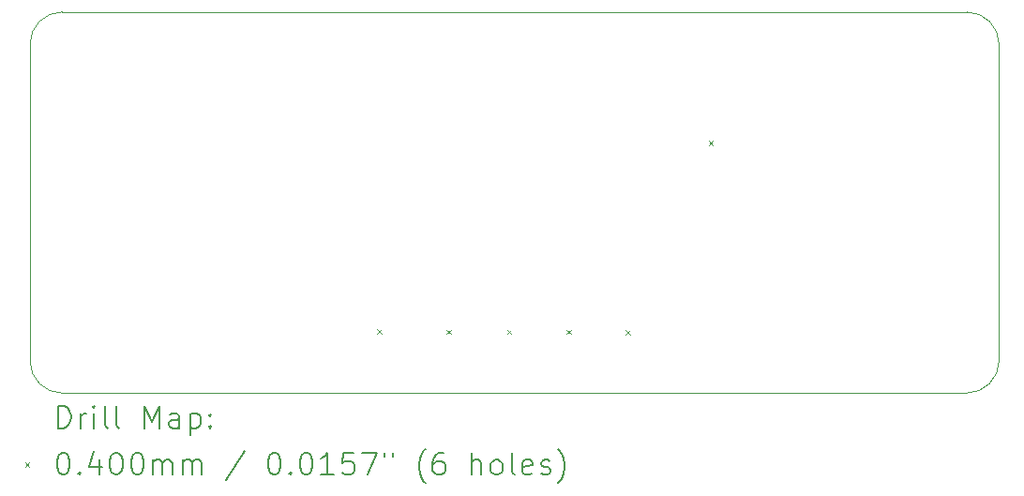
<source format=gbr>
%TF.GenerationSoftware,KiCad,Pcbnew,8.0.0*%
%TF.CreationDate,2024-12-06T13:07:06-06:00*%
%TF.ProjectId,led_segment,6c65645f-7365-4676-9d65-6e742e6b6963,rev?*%
%TF.SameCoordinates,Original*%
%TF.FileFunction,Drillmap*%
%TF.FilePolarity,Positive*%
%FSLAX45Y45*%
G04 Gerber Fmt 4.5, Leading zero omitted, Abs format (unit mm)*
G04 Created by KiCad (PCBNEW 8.0.0) date 2024-12-06 13:07:06*
%MOMM*%
%LPD*%
G01*
G04 APERTURE LIST*
%ADD10C,0.100000*%
%ADD11C,0.200000*%
G04 APERTURE END LIST*
D10*
X14560400Y-15437000D02*
X22726500Y-15437000D01*
X14268300Y-12287400D02*
G75*
G02*
X14560400Y-11995300I292100J0D01*
G01*
X23018600Y-15144900D02*
G75*
G02*
X22726500Y-15437000I-292100J0D01*
G01*
X22726500Y-11995300D02*
X14560400Y-11995300D01*
X14268300Y-15144900D02*
X14268300Y-12287400D01*
X14560400Y-15437000D02*
G75*
G02*
X14268300Y-15144900I0J292100D01*
G01*
X23018600Y-15144900D02*
X23018600Y-12287400D01*
X22726500Y-11995300D02*
G75*
G02*
X23018600Y-12287400I0J-292100D01*
G01*
D11*
D10*
X17402500Y-14860000D02*
X17442500Y-14900000D01*
X17442500Y-14860000D02*
X17402500Y-14900000D01*
X18030400Y-14864000D02*
X18070400Y-14904000D01*
X18070400Y-14864000D02*
X18030400Y-14904000D01*
X18575400Y-14864000D02*
X18615400Y-14904000D01*
X18615400Y-14864000D02*
X18575400Y-14904000D01*
X19110400Y-14864000D02*
X19150400Y-14904000D01*
X19150400Y-14864000D02*
X19110400Y-14904000D01*
X19644400Y-14866000D02*
X19684400Y-14906000D01*
X19684400Y-14866000D02*
X19644400Y-14906000D01*
X20395000Y-13157500D02*
X20435000Y-13197500D01*
X20435000Y-13157500D02*
X20395000Y-13197500D01*
D11*
X14524077Y-15753484D02*
X14524077Y-15553484D01*
X14524077Y-15553484D02*
X14571696Y-15553484D01*
X14571696Y-15553484D02*
X14600267Y-15563008D01*
X14600267Y-15563008D02*
X14619315Y-15582055D01*
X14619315Y-15582055D02*
X14628839Y-15601103D01*
X14628839Y-15601103D02*
X14638362Y-15639198D01*
X14638362Y-15639198D02*
X14638362Y-15667769D01*
X14638362Y-15667769D02*
X14628839Y-15705865D01*
X14628839Y-15705865D02*
X14619315Y-15724912D01*
X14619315Y-15724912D02*
X14600267Y-15743960D01*
X14600267Y-15743960D02*
X14571696Y-15753484D01*
X14571696Y-15753484D02*
X14524077Y-15753484D01*
X14724077Y-15753484D02*
X14724077Y-15620150D01*
X14724077Y-15658246D02*
X14733601Y-15639198D01*
X14733601Y-15639198D02*
X14743124Y-15629674D01*
X14743124Y-15629674D02*
X14762172Y-15620150D01*
X14762172Y-15620150D02*
X14781220Y-15620150D01*
X14847886Y-15753484D02*
X14847886Y-15620150D01*
X14847886Y-15553484D02*
X14838362Y-15563008D01*
X14838362Y-15563008D02*
X14847886Y-15572531D01*
X14847886Y-15572531D02*
X14857410Y-15563008D01*
X14857410Y-15563008D02*
X14847886Y-15553484D01*
X14847886Y-15553484D02*
X14847886Y-15572531D01*
X14971696Y-15753484D02*
X14952648Y-15743960D01*
X14952648Y-15743960D02*
X14943124Y-15724912D01*
X14943124Y-15724912D02*
X14943124Y-15553484D01*
X15076458Y-15753484D02*
X15057410Y-15743960D01*
X15057410Y-15743960D02*
X15047886Y-15724912D01*
X15047886Y-15724912D02*
X15047886Y-15553484D01*
X15305029Y-15753484D02*
X15305029Y-15553484D01*
X15305029Y-15553484D02*
X15371696Y-15696341D01*
X15371696Y-15696341D02*
X15438362Y-15553484D01*
X15438362Y-15553484D02*
X15438362Y-15753484D01*
X15619315Y-15753484D02*
X15619315Y-15648722D01*
X15619315Y-15648722D02*
X15609791Y-15629674D01*
X15609791Y-15629674D02*
X15590743Y-15620150D01*
X15590743Y-15620150D02*
X15552648Y-15620150D01*
X15552648Y-15620150D02*
X15533601Y-15629674D01*
X15619315Y-15743960D02*
X15600267Y-15753484D01*
X15600267Y-15753484D02*
X15552648Y-15753484D01*
X15552648Y-15753484D02*
X15533601Y-15743960D01*
X15533601Y-15743960D02*
X15524077Y-15724912D01*
X15524077Y-15724912D02*
X15524077Y-15705865D01*
X15524077Y-15705865D02*
X15533601Y-15686817D01*
X15533601Y-15686817D02*
X15552648Y-15677293D01*
X15552648Y-15677293D02*
X15600267Y-15677293D01*
X15600267Y-15677293D02*
X15619315Y-15667769D01*
X15714553Y-15620150D02*
X15714553Y-15820150D01*
X15714553Y-15629674D02*
X15733601Y-15620150D01*
X15733601Y-15620150D02*
X15771696Y-15620150D01*
X15771696Y-15620150D02*
X15790743Y-15629674D01*
X15790743Y-15629674D02*
X15800267Y-15639198D01*
X15800267Y-15639198D02*
X15809791Y-15658246D01*
X15809791Y-15658246D02*
X15809791Y-15715388D01*
X15809791Y-15715388D02*
X15800267Y-15734436D01*
X15800267Y-15734436D02*
X15790743Y-15743960D01*
X15790743Y-15743960D02*
X15771696Y-15753484D01*
X15771696Y-15753484D02*
X15733601Y-15753484D01*
X15733601Y-15753484D02*
X15714553Y-15743960D01*
X15895505Y-15734436D02*
X15905029Y-15743960D01*
X15905029Y-15743960D02*
X15895505Y-15753484D01*
X15895505Y-15753484D02*
X15885982Y-15743960D01*
X15885982Y-15743960D02*
X15895505Y-15734436D01*
X15895505Y-15734436D02*
X15895505Y-15753484D01*
X15895505Y-15629674D02*
X15905029Y-15639198D01*
X15905029Y-15639198D02*
X15895505Y-15648722D01*
X15895505Y-15648722D02*
X15885982Y-15639198D01*
X15885982Y-15639198D02*
X15895505Y-15629674D01*
X15895505Y-15629674D02*
X15895505Y-15648722D01*
D10*
X14223300Y-16062000D02*
X14263300Y-16102000D01*
X14263300Y-16062000D02*
X14223300Y-16102000D01*
D11*
X14562172Y-15973484D02*
X14581220Y-15973484D01*
X14581220Y-15973484D02*
X14600267Y-15983008D01*
X14600267Y-15983008D02*
X14609791Y-15992531D01*
X14609791Y-15992531D02*
X14619315Y-16011579D01*
X14619315Y-16011579D02*
X14628839Y-16049674D01*
X14628839Y-16049674D02*
X14628839Y-16097293D01*
X14628839Y-16097293D02*
X14619315Y-16135388D01*
X14619315Y-16135388D02*
X14609791Y-16154436D01*
X14609791Y-16154436D02*
X14600267Y-16163960D01*
X14600267Y-16163960D02*
X14581220Y-16173484D01*
X14581220Y-16173484D02*
X14562172Y-16173484D01*
X14562172Y-16173484D02*
X14543124Y-16163960D01*
X14543124Y-16163960D02*
X14533601Y-16154436D01*
X14533601Y-16154436D02*
X14524077Y-16135388D01*
X14524077Y-16135388D02*
X14514553Y-16097293D01*
X14514553Y-16097293D02*
X14514553Y-16049674D01*
X14514553Y-16049674D02*
X14524077Y-16011579D01*
X14524077Y-16011579D02*
X14533601Y-15992531D01*
X14533601Y-15992531D02*
X14543124Y-15983008D01*
X14543124Y-15983008D02*
X14562172Y-15973484D01*
X14714553Y-16154436D02*
X14724077Y-16163960D01*
X14724077Y-16163960D02*
X14714553Y-16173484D01*
X14714553Y-16173484D02*
X14705029Y-16163960D01*
X14705029Y-16163960D02*
X14714553Y-16154436D01*
X14714553Y-16154436D02*
X14714553Y-16173484D01*
X14895505Y-16040150D02*
X14895505Y-16173484D01*
X14847886Y-15963960D02*
X14800267Y-16106817D01*
X14800267Y-16106817D02*
X14924077Y-16106817D01*
X15038362Y-15973484D02*
X15057410Y-15973484D01*
X15057410Y-15973484D02*
X15076458Y-15983008D01*
X15076458Y-15983008D02*
X15085982Y-15992531D01*
X15085982Y-15992531D02*
X15095505Y-16011579D01*
X15095505Y-16011579D02*
X15105029Y-16049674D01*
X15105029Y-16049674D02*
X15105029Y-16097293D01*
X15105029Y-16097293D02*
X15095505Y-16135388D01*
X15095505Y-16135388D02*
X15085982Y-16154436D01*
X15085982Y-16154436D02*
X15076458Y-16163960D01*
X15076458Y-16163960D02*
X15057410Y-16173484D01*
X15057410Y-16173484D02*
X15038362Y-16173484D01*
X15038362Y-16173484D02*
X15019315Y-16163960D01*
X15019315Y-16163960D02*
X15009791Y-16154436D01*
X15009791Y-16154436D02*
X15000267Y-16135388D01*
X15000267Y-16135388D02*
X14990743Y-16097293D01*
X14990743Y-16097293D02*
X14990743Y-16049674D01*
X14990743Y-16049674D02*
X15000267Y-16011579D01*
X15000267Y-16011579D02*
X15009791Y-15992531D01*
X15009791Y-15992531D02*
X15019315Y-15983008D01*
X15019315Y-15983008D02*
X15038362Y-15973484D01*
X15228839Y-15973484D02*
X15247886Y-15973484D01*
X15247886Y-15973484D02*
X15266934Y-15983008D01*
X15266934Y-15983008D02*
X15276458Y-15992531D01*
X15276458Y-15992531D02*
X15285982Y-16011579D01*
X15285982Y-16011579D02*
X15295505Y-16049674D01*
X15295505Y-16049674D02*
X15295505Y-16097293D01*
X15295505Y-16097293D02*
X15285982Y-16135388D01*
X15285982Y-16135388D02*
X15276458Y-16154436D01*
X15276458Y-16154436D02*
X15266934Y-16163960D01*
X15266934Y-16163960D02*
X15247886Y-16173484D01*
X15247886Y-16173484D02*
X15228839Y-16173484D01*
X15228839Y-16173484D02*
X15209791Y-16163960D01*
X15209791Y-16163960D02*
X15200267Y-16154436D01*
X15200267Y-16154436D02*
X15190743Y-16135388D01*
X15190743Y-16135388D02*
X15181220Y-16097293D01*
X15181220Y-16097293D02*
X15181220Y-16049674D01*
X15181220Y-16049674D02*
X15190743Y-16011579D01*
X15190743Y-16011579D02*
X15200267Y-15992531D01*
X15200267Y-15992531D02*
X15209791Y-15983008D01*
X15209791Y-15983008D02*
X15228839Y-15973484D01*
X15381220Y-16173484D02*
X15381220Y-16040150D01*
X15381220Y-16059198D02*
X15390743Y-16049674D01*
X15390743Y-16049674D02*
X15409791Y-16040150D01*
X15409791Y-16040150D02*
X15438363Y-16040150D01*
X15438363Y-16040150D02*
X15457410Y-16049674D01*
X15457410Y-16049674D02*
X15466934Y-16068722D01*
X15466934Y-16068722D02*
X15466934Y-16173484D01*
X15466934Y-16068722D02*
X15476458Y-16049674D01*
X15476458Y-16049674D02*
X15495505Y-16040150D01*
X15495505Y-16040150D02*
X15524077Y-16040150D01*
X15524077Y-16040150D02*
X15543124Y-16049674D01*
X15543124Y-16049674D02*
X15552648Y-16068722D01*
X15552648Y-16068722D02*
X15552648Y-16173484D01*
X15647886Y-16173484D02*
X15647886Y-16040150D01*
X15647886Y-16059198D02*
X15657410Y-16049674D01*
X15657410Y-16049674D02*
X15676458Y-16040150D01*
X15676458Y-16040150D02*
X15705029Y-16040150D01*
X15705029Y-16040150D02*
X15724077Y-16049674D01*
X15724077Y-16049674D02*
X15733601Y-16068722D01*
X15733601Y-16068722D02*
X15733601Y-16173484D01*
X15733601Y-16068722D02*
X15743124Y-16049674D01*
X15743124Y-16049674D02*
X15762172Y-16040150D01*
X15762172Y-16040150D02*
X15790743Y-16040150D01*
X15790743Y-16040150D02*
X15809791Y-16049674D01*
X15809791Y-16049674D02*
X15819315Y-16068722D01*
X15819315Y-16068722D02*
X15819315Y-16173484D01*
X16209791Y-15963960D02*
X16038363Y-16221103D01*
X16466934Y-15973484D02*
X16485982Y-15973484D01*
X16485982Y-15973484D02*
X16505029Y-15983008D01*
X16505029Y-15983008D02*
X16514553Y-15992531D01*
X16514553Y-15992531D02*
X16524077Y-16011579D01*
X16524077Y-16011579D02*
X16533601Y-16049674D01*
X16533601Y-16049674D02*
X16533601Y-16097293D01*
X16533601Y-16097293D02*
X16524077Y-16135388D01*
X16524077Y-16135388D02*
X16514553Y-16154436D01*
X16514553Y-16154436D02*
X16505029Y-16163960D01*
X16505029Y-16163960D02*
X16485982Y-16173484D01*
X16485982Y-16173484D02*
X16466934Y-16173484D01*
X16466934Y-16173484D02*
X16447886Y-16163960D01*
X16447886Y-16163960D02*
X16438363Y-16154436D01*
X16438363Y-16154436D02*
X16428839Y-16135388D01*
X16428839Y-16135388D02*
X16419315Y-16097293D01*
X16419315Y-16097293D02*
X16419315Y-16049674D01*
X16419315Y-16049674D02*
X16428839Y-16011579D01*
X16428839Y-16011579D02*
X16438363Y-15992531D01*
X16438363Y-15992531D02*
X16447886Y-15983008D01*
X16447886Y-15983008D02*
X16466934Y-15973484D01*
X16619315Y-16154436D02*
X16628839Y-16163960D01*
X16628839Y-16163960D02*
X16619315Y-16173484D01*
X16619315Y-16173484D02*
X16609791Y-16163960D01*
X16609791Y-16163960D02*
X16619315Y-16154436D01*
X16619315Y-16154436D02*
X16619315Y-16173484D01*
X16752648Y-15973484D02*
X16771696Y-15973484D01*
X16771696Y-15973484D02*
X16790744Y-15983008D01*
X16790744Y-15983008D02*
X16800268Y-15992531D01*
X16800268Y-15992531D02*
X16809791Y-16011579D01*
X16809791Y-16011579D02*
X16819315Y-16049674D01*
X16819315Y-16049674D02*
X16819315Y-16097293D01*
X16819315Y-16097293D02*
X16809791Y-16135388D01*
X16809791Y-16135388D02*
X16800268Y-16154436D01*
X16800268Y-16154436D02*
X16790744Y-16163960D01*
X16790744Y-16163960D02*
X16771696Y-16173484D01*
X16771696Y-16173484D02*
X16752648Y-16173484D01*
X16752648Y-16173484D02*
X16733601Y-16163960D01*
X16733601Y-16163960D02*
X16724077Y-16154436D01*
X16724077Y-16154436D02*
X16714553Y-16135388D01*
X16714553Y-16135388D02*
X16705029Y-16097293D01*
X16705029Y-16097293D02*
X16705029Y-16049674D01*
X16705029Y-16049674D02*
X16714553Y-16011579D01*
X16714553Y-16011579D02*
X16724077Y-15992531D01*
X16724077Y-15992531D02*
X16733601Y-15983008D01*
X16733601Y-15983008D02*
X16752648Y-15973484D01*
X17009791Y-16173484D02*
X16895506Y-16173484D01*
X16952648Y-16173484D02*
X16952648Y-15973484D01*
X16952648Y-15973484D02*
X16933601Y-16002055D01*
X16933601Y-16002055D02*
X16914553Y-16021103D01*
X16914553Y-16021103D02*
X16895506Y-16030627D01*
X17190744Y-15973484D02*
X17095506Y-15973484D01*
X17095506Y-15973484D02*
X17085982Y-16068722D01*
X17085982Y-16068722D02*
X17095506Y-16059198D01*
X17095506Y-16059198D02*
X17114553Y-16049674D01*
X17114553Y-16049674D02*
X17162172Y-16049674D01*
X17162172Y-16049674D02*
X17181220Y-16059198D01*
X17181220Y-16059198D02*
X17190744Y-16068722D01*
X17190744Y-16068722D02*
X17200268Y-16087769D01*
X17200268Y-16087769D02*
X17200268Y-16135388D01*
X17200268Y-16135388D02*
X17190744Y-16154436D01*
X17190744Y-16154436D02*
X17181220Y-16163960D01*
X17181220Y-16163960D02*
X17162172Y-16173484D01*
X17162172Y-16173484D02*
X17114553Y-16173484D01*
X17114553Y-16173484D02*
X17095506Y-16163960D01*
X17095506Y-16163960D02*
X17085982Y-16154436D01*
X17266934Y-15973484D02*
X17400268Y-15973484D01*
X17400268Y-15973484D02*
X17314553Y-16173484D01*
X17466934Y-15973484D02*
X17466934Y-16011579D01*
X17543125Y-15973484D02*
X17543125Y-16011579D01*
X17838363Y-16249674D02*
X17828839Y-16240150D01*
X17828839Y-16240150D02*
X17809791Y-16211579D01*
X17809791Y-16211579D02*
X17800268Y-16192531D01*
X17800268Y-16192531D02*
X17790744Y-16163960D01*
X17790744Y-16163960D02*
X17781220Y-16116341D01*
X17781220Y-16116341D02*
X17781220Y-16078246D01*
X17781220Y-16078246D02*
X17790744Y-16030627D01*
X17790744Y-16030627D02*
X17800268Y-16002055D01*
X17800268Y-16002055D02*
X17809791Y-15983008D01*
X17809791Y-15983008D02*
X17828839Y-15954436D01*
X17828839Y-15954436D02*
X17838363Y-15944912D01*
X18000268Y-15973484D02*
X17962172Y-15973484D01*
X17962172Y-15973484D02*
X17943125Y-15983008D01*
X17943125Y-15983008D02*
X17933601Y-15992531D01*
X17933601Y-15992531D02*
X17914553Y-16021103D01*
X17914553Y-16021103D02*
X17905030Y-16059198D01*
X17905030Y-16059198D02*
X17905030Y-16135388D01*
X17905030Y-16135388D02*
X17914553Y-16154436D01*
X17914553Y-16154436D02*
X17924077Y-16163960D01*
X17924077Y-16163960D02*
X17943125Y-16173484D01*
X17943125Y-16173484D02*
X17981220Y-16173484D01*
X17981220Y-16173484D02*
X18000268Y-16163960D01*
X18000268Y-16163960D02*
X18009791Y-16154436D01*
X18009791Y-16154436D02*
X18019315Y-16135388D01*
X18019315Y-16135388D02*
X18019315Y-16087769D01*
X18019315Y-16087769D02*
X18009791Y-16068722D01*
X18009791Y-16068722D02*
X18000268Y-16059198D01*
X18000268Y-16059198D02*
X17981220Y-16049674D01*
X17981220Y-16049674D02*
X17943125Y-16049674D01*
X17943125Y-16049674D02*
X17924077Y-16059198D01*
X17924077Y-16059198D02*
X17914553Y-16068722D01*
X17914553Y-16068722D02*
X17905030Y-16087769D01*
X18257411Y-16173484D02*
X18257411Y-15973484D01*
X18343125Y-16173484D02*
X18343125Y-16068722D01*
X18343125Y-16068722D02*
X18333601Y-16049674D01*
X18333601Y-16049674D02*
X18314553Y-16040150D01*
X18314553Y-16040150D02*
X18285982Y-16040150D01*
X18285982Y-16040150D02*
X18266934Y-16049674D01*
X18266934Y-16049674D02*
X18257411Y-16059198D01*
X18466934Y-16173484D02*
X18447887Y-16163960D01*
X18447887Y-16163960D02*
X18438363Y-16154436D01*
X18438363Y-16154436D02*
X18428839Y-16135388D01*
X18428839Y-16135388D02*
X18428839Y-16078246D01*
X18428839Y-16078246D02*
X18438363Y-16059198D01*
X18438363Y-16059198D02*
X18447887Y-16049674D01*
X18447887Y-16049674D02*
X18466934Y-16040150D01*
X18466934Y-16040150D02*
X18495506Y-16040150D01*
X18495506Y-16040150D02*
X18514553Y-16049674D01*
X18514553Y-16049674D02*
X18524077Y-16059198D01*
X18524077Y-16059198D02*
X18533601Y-16078246D01*
X18533601Y-16078246D02*
X18533601Y-16135388D01*
X18533601Y-16135388D02*
X18524077Y-16154436D01*
X18524077Y-16154436D02*
X18514553Y-16163960D01*
X18514553Y-16163960D02*
X18495506Y-16173484D01*
X18495506Y-16173484D02*
X18466934Y-16173484D01*
X18647887Y-16173484D02*
X18628839Y-16163960D01*
X18628839Y-16163960D02*
X18619315Y-16144912D01*
X18619315Y-16144912D02*
X18619315Y-15973484D01*
X18800268Y-16163960D02*
X18781220Y-16173484D01*
X18781220Y-16173484D02*
X18743125Y-16173484D01*
X18743125Y-16173484D02*
X18724077Y-16163960D01*
X18724077Y-16163960D02*
X18714553Y-16144912D01*
X18714553Y-16144912D02*
X18714553Y-16068722D01*
X18714553Y-16068722D02*
X18724077Y-16049674D01*
X18724077Y-16049674D02*
X18743125Y-16040150D01*
X18743125Y-16040150D02*
X18781220Y-16040150D01*
X18781220Y-16040150D02*
X18800268Y-16049674D01*
X18800268Y-16049674D02*
X18809792Y-16068722D01*
X18809792Y-16068722D02*
X18809792Y-16087769D01*
X18809792Y-16087769D02*
X18714553Y-16106817D01*
X18885982Y-16163960D02*
X18905030Y-16173484D01*
X18905030Y-16173484D02*
X18943125Y-16173484D01*
X18943125Y-16173484D02*
X18962173Y-16163960D01*
X18962173Y-16163960D02*
X18971696Y-16144912D01*
X18971696Y-16144912D02*
X18971696Y-16135388D01*
X18971696Y-16135388D02*
X18962173Y-16116341D01*
X18962173Y-16116341D02*
X18943125Y-16106817D01*
X18943125Y-16106817D02*
X18914553Y-16106817D01*
X18914553Y-16106817D02*
X18895506Y-16097293D01*
X18895506Y-16097293D02*
X18885982Y-16078246D01*
X18885982Y-16078246D02*
X18885982Y-16068722D01*
X18885982Y-16068722D02*
X18895506Y-16049674D01*
X18895506Y-16049674D02*
X18914553Y-16040150D01*
X18914553Y-16040150D02*
X18943125Y-16040150D01*
X18943125Y-16040150D02*
X18962173Y-16049674D01*
X19038363Y-16249674D02*
X19047887Y-16240150D01*
X19047887Y-16240150D02*
X19066934Y-16211579D01*
X19066934Y-16211579D02*
X19076458Y-16192531D01*
X19076458Y-16192531D02*
X19085982Y-16163960D01*
X19085982Y-16163960D02*
X19095506Y-16116341D01*
X19095506Y-16116341D02*
X19095506Y-16078246D01*
X19095506Y-16078246D02*
X19085982Y-16030627D01*
X19085982Y-16030627D02*
X19076458Y-16002055D01*
X19076458Y-16002055D02*
X19066934Y-15983008D01*
X19066934Y-15983008D02*
X19047887Y-15954436D01*
X19047887Y-15954436D02*
X19038363Y-15944912D01*
M02*

</source>
